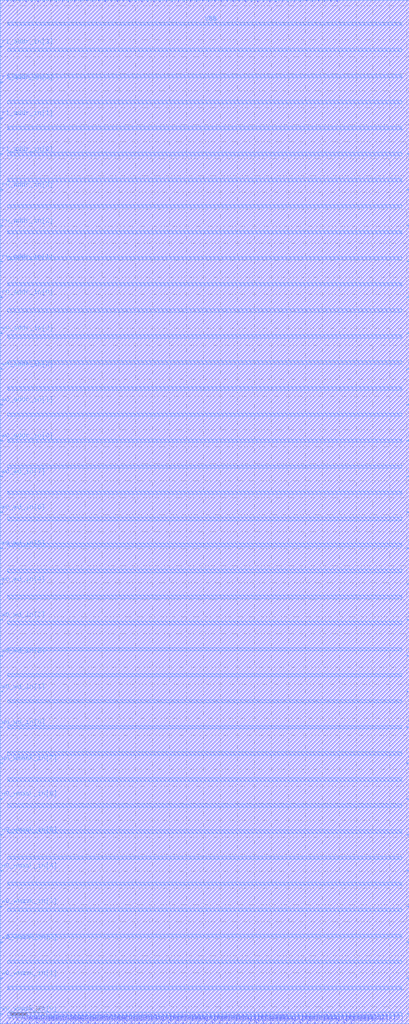
<source format=lef>
VERSION 5.7 ;
BUSBITCHARS "[]" ;
MACRO fakeram_32x128_2r1w
  FOREIGN fakeram_32x128_2r1w 0 0 ;
  SYMMETRY X Y R90 ;
  SIZE 12.069 BY 30.171 ;
  CLASS BLOCK ;
  PIN w0_wmask_in[0]
    DIRECTION INPUT ;
    USE SIGNAL ;
    SHAPE ABUTMENT ;
    PORT
      LAYER M4 ;
      RECT 0.000 0.276 0.072 0.300 ;
    END
  END w0_wmask_in[0]
  PIN w0_wmask_in[1]
    DIRECTION INPUT ;
    USE SIGNAL ;
    SHAPE ABUTMENT ;
    PORT
      LAYER M4 ;
      RECT 0.000 1.332 0.072 1.356 ;
    END
  END w0_wmask_in[1]
  PIN w0_wmask_in[2]
    DIRECTION INPUT ;
    USE SIGNAL ;
    SHAPE ABUTMENT ;
    PORT
      LAYER M4 ;
      RECT 0.000 2.388 0.072 2.412 ;
    END
  END w0_wmask_in[2]
  PIN w0_wmask_in[3]
    DIRECTION INPUT ;
    USE SIGNAL ;
    SHAPE ABUTMENT ;
    PORT
      LAYER M4 ;
      RECT 0.000 3.444 0.072 3.468 ;
    END
  END w0_wmask_in[3]
  PIN w0_wmask_in[4]
    DIRECTION INPUT ;
    USE SIGNAL ;
    SHAPE ABUTMENT ;
    PORT
      LAYER M4 ;
      RECT 0.000 4.500 0.072 4.524 ;
    END
  END w0_wmask_in[4]
  PIN w0_wmask_in[5]
    DIRECTION INPUT ;
    USE SIGNAL ;
    SHAPE ABUTMENT ;
    PORT
      LAYER M4 ;
      RECT 0.000 5.556 0.072 5.580 ;
    END
  END w0_wmask_in[5]
  PIN w0_wmask_in[6]
    DIRECTION INPUT ;
    USE SIGNAL ;
    SHAPE ABUTMENT ;
    PORT
      LAYER M4 ;
      RECT 0.000 6.612 0.072 6.636 ;
    END
  END w0_wmask_in[6]
  PIN w0_wmask_in[7]
    DIRECTION INPUT ;
    USE SIGNAL ;
    SHAPE ABUTMENT ;
    PORT
      LAYER M4 ;
      RECT 0.000 7.668 0.072 7.692 ;
    END
  END w0_wmask_in[7]
  PIN w0_wmask_in[8]
    DIRECTION INPUT ;
    USE SIGNAL ;
    SHAPE ABUTMENT ;
    PORT
      LAYER M4 ;
      RECT 11.997 0.276 12.069 0.300 ;
    END
  END w0_wmask_in[8]
  PIN w0_wmask_in[9]
    DIRECTION INPUT ;
    USE SIGNAL ;
    SHAPE ABUTMENT ;
    PORT
      LAYER M4 ;
      RECT 11.997 1.332 12.069 1.356 ;
    END
  END w0_wmask_in[9]
  PIN w0_wmask_in[10]
    DIRECTION INPUT ;
    USE SIGNAL ;
    SHAPE ABUTMENT ;
    PORT
      LAYER M4 ;
      RECT 11.997 2.388 12.069 2.412 ;
    END
  END w0_wmask_in[10]
  PIN w0_wmask_in[11]
    DIRECTION INPUT ;
    USE SIGNAL ;
    SHAPE ABUTMENT ;
    PORT
      LAYER M4 ;
      RECT 11.997 3.444 12.069 3.468 ;
    END
  END w0_wmask_in[11]
  PIN w0_wmask_in[12]
    DIRECTION INPUT ;
    USE SIGNAL ;
    SHAPE ABUTMENT ;
    PORT
      LAYER M4 ;
      RECT 11.997 4.500 12.069 4.524 ;
    END
  END w0_wmask_in[12]
  PIN w0_wmask_in[13]
    DIRECTION INPUT ;
    USE SIGNAL ;
    SHAPE ABUTMENT ;
    PORT
      LAYER M4 ;
      RECT 11.997 5.556 12.069 5.580 ;
    END
  END w0_wmask_in[13]
  PIN w0_wmask_in[14]
    DIRECTION INPUT ;
    USE SIGNAL ;
    SHAPE ABUTMENT ;
    PORT
      LAYER M4 ;
      RECT 11.997 6.612 12.069 6.636 ;
    END
  END w0_wmask_in[14]
  PIN w0_wmask_in[15]
    DIRECTION INPUT ;
    USE SIGNAL ;
    SHAPE ABUTMENT ;
    PORT
      LAYER M4 ;
      RECT 11.997 7.668 12.069 7.692 ;
    END
  END w0_wmask_in[15]
  PIN w0_wmask_in[16]
    DIRECTION INPUT ;
    USE SIGNAL ;
    SHAPE ABUTMENT ;
    PORT
      LAYER M3 ;
      RECT 0.207 30.117 0.225 30.171 ;
    END
  END w0_wmask_in[16]
  PIN w0_wmask_in[17]
    DIRECTION INPUT ;
    USE SIGNAL ;
    SHAPE ABUTMENT ;
    PORT
      LAYER M3 ;
      RECT 0.387 30.117 0.405 30.171 ;
    END
  END w0_wmask_in[17]
  PIN w0_wmask_in[18]
    DIRECTION INPUT ;
    USE SIGNAL ;
    SHAPE ABUTMENT ;
    PORT
      LAYER M3 ;
      RECT 0.567 30.117 0.585 30.171 ;
    END
  END w0_wmask_in[18]
  PIN w0_wmask_in[19]
    DIRECTION INPUT ;
    USE SIGNAL ;
    SHAPE ABUTMENT ;
    PORT
      LAYER M3 ;
      RECT 0.747 30.117 0.765 30.171 ;
    END
  END w0_wmask_in[19]
  PIN w0_wmask_in[20]
    DIRECTION INPUT ;
    USE SIGNAL ;
    SHAPE ABUTMENT ;
    PORT
      LAYER M3 ;
      RECT 0.927 30.117 0.945 30.171 ;
    END
  END w0_wmask_in[20]
  PIN w0_wmask_in[21]
    DIRECTION INPUT ;
    USE SIGNAL ;
    SHAPE ABUTMENT ;
    PORT
      LAYER M3 ;
      RECT 1.107 30.117 1.125 30.171 ;
    END
  END w0_wmask_in[21]
  PIN w0_wmask_in[22]
    DIRECTION INPUT ;
    USE SIGNAL ;
    SHAPE ABUTMENT ;
    PORT
      LAYER M3 ;
      RECT 1.287 30.117 1.305 30.171 ;
    END
  END w0_wmask_in[22]
  PIN w0_wmask_in[23]
    DIRECTION INPUT ;
    USE SIGNAL ;
    SHAPE ABUTMENT ;
    PORT
      LAYER M3 ;
      RECT 1.467 30.117 1.485 30.171 ;
    END
  END w0_wmask_in[23]
  PIN w0_wmask_in[24]
    DIRECTION INPUT ;
    USE SIGNAL ;
    SHAPE ABUTMENT ;
    PORT
      LAYER M3 ;
      RECT 1.647 30.117 1.665 30.171 ;
    END
  END w0_wmask_in[24]
  PIN w0_wmask_in[25]
    DIRECTION INPUT ;
    USE SIGNAL ;
    SHAPE ABUTMENT ;
    PORT
      LAYER M3 ;
      RECT 1.827 30.117 1.845 30.171 ;
    END
  END w0_wmask_in[25]
  PIN w0_wmask_in[26]
    DIRECTION INPUT ;
    USE SIGNAL ;
    SHAPE ABUTMENT ;
    PORT
      LAYER M3 ;
      RECT 2.007 30.117 2.025 30.171 ;
    END
  END w0_wmask_in[26]
  PIN w0_wmask_in[27]
    DIRECTION INPUT ;
    USE SIGNAL ;
    SHAPE ABUTMENT ;
    PORT
      LAYER M3 ;
      RECT 2.187 30.117 2.205 30.171 ;
    END
  END w0_wmask_in[27]
  PIN w0_wmask_in[28]
    DIRECTION INPUT ;
    USE SIGNAL ;
    SHAPE ABUTMENT ;
    PORT
      LAYER M3 ;
      RECT 2.367 30.117 2.385 30.171 ;
    END
  END w0_wmask_in[28]
  PIN w0_wmask_in[29]
    DIRECTION INPUT ;
    USE SIGNAL ;
    SHAPE ABUTMENT ;
    PORT
      LAYER M3 ;
      RECT 2.547 30.117 2.565 30.171 ;
    END
  END w0_wmask_in[29]
  PIN w0_wmask_in[30]
    DIRECTION INPUT ;
    USE SIGNAL ;
    SHAPE ABUTMENT ;
    PORT
      LAYER M3 ;
      RECT 2.727 30.117 2.745 30.171 ;
    END
  END w0_wmask_in[30]
  PIN w0_wmask_in[31]
    DIRECTION INPUT ;
    USE SIGNAL ;
    SHAPE ABUTMENT ;
    PORT
      LAYER M3 ;
      RECT 2.907 30.117 2.925 30.171 ;
    END
  END w0_wmask_in[31]
  PIN w0_wd_in[0]
    DIRECTION INPUT ;
    USE SIGNAL ;
    SHAPE ABUTMENT ;
    PORT
      LAYER M4 ;
      RECT 0.000 8.724 0.072 8.748 ;
    END
  END w0_wd_in[0]
  PIN w0_wd_in[1]
    DIRECTION INPUT ;
    USE SIGNAL ;
    SHAPE ABUTMENT ;
    PORT
      LAYER M4 ;
      RECT 0.000 9.780 0.072 9.804 ;
    END
  END w0_wd_in[1]
  PIN w0_wd_in[2]
    DIRECTION INPUT ;
    USE SIGNAL ;
    SHAPE ABUTMENT ;
    PORT
      LAYER M4 ;
      RECT 0.000 10.836 0.072 10.860 ;
    END
  END w0_wd_in[2]
  PIN w0_wd_in[3]
    DIRECTION INPUT ;
    USE SIGNAL ;
    SHAPE ABUTMENT ;
    PORT
      LAYER M4 ;
      RECT 0.000 11.892 0.072 11.916 ;
    END
  END w0_wd_in[3]
  PIN w0_wd_in[4]
    DIRECTION INPUT ;
    USE SIGNAL ;
    SHAPE ABUTMENT ;
    PORT
      LAYER M4 ;
      RECT 0.000 12.948 0.072 12.972 ;
    END
  END w0_wd_in[4]
  PIN w0_wd_in[5]
    DIRECTION INPUT ;
    USE SIGNAL ;
    SHAPE ABUTMENT ;
    PORT
      LAYER M4 ;
      RECT 0.000 14.004 0.072 14.028 ;
    END
  END w0_wd_in[5]
  PIN w0_wd_in[6]
    DIRECTION INPUT ;
    USE SIGNAL ;
    SHAPE ABUTMENT ;
    PORT
      LAYER M4 ;
      RECT 0.000 15.060 0.072 15.084 ;
    END
  END w0_wd_in[6]
  PIN w0_wd_in[7]
    DIRECTION INPUT ;
    USE SIGNAL ;
    SHAPE ABUTMENT ;
    PORT
      LAYER M4 ;
      RECT 0.000 16.116 0.072 16.140 ;
    END
  END w0_wd_in[7]
  PIN w0_wd_in[8]
    DIRECTION INPUT ;
    USE SIGNAL ;
    SHAPE ABUTMENT ;
    PORT
      LAYER M4 ;
      RECT 11.997 8.724 12.069 8.748 ;
    END
  END w0_wd_in[8]
  PIN w0_wd_in[9]
    DIRECTION INPUT ;
    USE SIGNAL ;
    SHAPE ABUTMENT ;
    PORT
      LAYER M4 ;
      RECT 11.997 9.780 12.069 9.804 ;
    END
  END w0_wd_in[9]
  PIN w0_wd_in[10]
    DIRECTION INPUT ;
    USE SIGNAL ;
    SHAPE ABUTMENT ;
    PORT
      LAYER M4 ;
      RECT 11.997 10.836 12.069 10.860 ;
    END
  END w0_wd_in[10]
  PIN w0_wd_in[11]
    DIRECTION INPUT ;
    USE SIGNAL ;
    SHAPE ABUTMENT ;
    PORT
      LAYER M4 ;
      RECT 11.997 11.892 12.069 11.916 ;
    END
  END w0_wd_in[11]
  PIN w0_wd_in[12]
    DIRECTION INPUT ;
    USE SIGNAL ;
    SHAPE ABUTMENT ;
    PORT
      LAYER M4 ;
      RECT 11.997 12.948 12.069 12.972 ;
    END
  END w0_wd_in[12]
  PIN w0_wd_in[13]
    DIRECTION INPUT ;
    USE SIGNAL ;
    SHAPE ABUTMENT ;
    PORT
      LAYER M4 ;
      RECT 11.997 14.004 12.069 14.028 ;
    END
  END w0_wd_in[13]
  PIN w0_wd_in[14]
    DIRECTION INPUT ;
    USE SIGNAL ;
    SHAPE ABUTMENT ;
    PORT
      LAYER M4 ;
      RECT 11.997 15.060 12.069 15.084 ;
    END
  END w0_wd_in[14]
  PIN w0_wd_in[15]
    DIRECTION INPUT ;
    USE SIGNAL ;
    SHAPE ABUTMENT ;
    PORT
      LAYER M4 ;
      RECT 11.997 16.116 12.069 16.140 ;
    END
  END w0_wd_in[15]
  PIN w0_wd_in[16]
    DIRECTION OUTPUT ;
    USE SIGNAL ;
    SHAPE ABUTMENT ;
    PORT
      LAYER M3 ;
      RECT 0.207 0.000 0.225 0.054 ;
    END
  END w0_wd_in[16]
  PIN w0_wd_in[17]
    DIRECTION OUTPUT ;
    USE SIGNAL ;
    SHAPE ABUTMENT ;
    PORT
      LAYER M3 ;
      RECT 0.423 0.000 0.441 0.054 ;
    END
  END w0_wd_in[17]
  PIN w0_wd_in[18]
    DIRECTION OUTPUT ;
    USE SIGNAL ;
    SHAPE ABUTMENT ;
    PORT
      LAYER M3 ;
      RECT 0.639 0.000 0.657 0.054 ;
    END
  END w0_wd_in[18]
  PIN w0_wd_in[19]
    DIRECTION OUTPUT ;
    USE SIGNAL ;
    SHAPE ABUTMENT ;
    PORT
      LAYER M3 ;
      RECT 0.855 0.000 0.873 0.054 ;
    END
  END w0_wd_in[19]
  PIN w0_wd_in[20]
    DIRECTION OUTPUT ;
    USE SIGNAL ;
    SHAPE ABUTMENT ;
    PORT
      LAYER M3 ;
      RECT 1.071 0.000 1.089 0.054 ;
    END
  END w0_wd_in[20]
  PIN w0_wd_in[21]
    DIRECTION OUTPUT ;
    USE SIGNAL ;
    SHAPE ABUTMENT ;
    PORT
      LAYER M3 ;
      RECT 1.287 0.000 1.305 0.054 ;
    END
  END w0_wd_in[21]
  PIN w0_wd_in[22]
    DIRECTION OUTPUT ;
    USE SIGNAL ;
    SHAPE ABUTMENT ;
    PORT
      LAYER M3 ;
      RECT 1.503 0.000 1.521 0.054 ;
    END
  END w0_wd_in[22]
  PIN w0_wd_in[23]
    DIRECTION OUTPUT ;
    USE SIGNAL ;
    SHAPE ABUTMENT ;
    PORT
      LAYER M3 ;
      RECT 1.719 0.000 1.737 0.054 ;
    END
  END w0_wd_in[23]
  PIN w0_wd_in[24]
    DIRECTION OUTPUT ;
    USE SIGNAL ;
    SHAPE ABUTMENT ;
    PORT
      LAYER M3 ;
      RECT 1.935 0.000 1.953 0.054 ;
    END
  END w0_wd_in[24]
  PIN w0_wd_in[25]
    DIRECTION OUTPUT ;
    USE SIGNAL ;
    SHAPE ABUTMENT ;
    PORT
      LAYER M3 ;
      RECT 2.151 0.000 2.169 0.054 ;
    END
  END w0_wd_in[25]
  PIN w0_wd_in[26]
    DIRECTION OUTPUT ;
    USE SIGNAL ;
    SHAPE ABUTMENT ;
    PORT
      LAYER M3 ;
      RECT 2.367 0.000 2.385 0.054 ;
    END
  END w0_wd_in[26]
  PIN w0_wd_in[27]
    DIRECTION OUTPUT ;
    USE SIGNAL ;
    SHAPE ABUTMENT ;
    PORT
      LAYER M3 ;
      RECT 2.583 0.000 2.601 0.054 ;
    END
  END w0_wd_in[27]
  PIN w0_wd_in[28]
    DIRECTION OUTPUT ;
    USE SIGNAL ;
    SHAPE ABUTMENT ;
    PORT
      LAYER M3 ;
      RECT 2.799 0.000 2.817 0.054 ;
    END
  END w0_wd_in[28]
  PIN w0_wd_in[29]
    DIRECTION OUTPUT ;
    USE SIGNAL ;
    SHAPE ABUTMENT ;
    PORT
      LAYER M3 ;
      RECT 3.015 0.000 3.033 0.054 ;
    END
  END w0_wd_in[29]
  PIN w0_wd_in[30]
    DIRECTION OUTPUT ;
    USE SIGNAL ;
    SHAPE ABUTMENT ;
    PORT
      LAYER M3 ;
      RECT 3.231 0.000 3.249 0.054 ;
    END
  END w0_wd_in[30]
  PIN w0_wd_in[31]
    DIRECTION OUTPUT ;
    USE SIGNAL ;
    SHAPE ABUTMENT ;
    PORT
      LAYER M3 ;
      RECT 3.447 0.000 3.465 0.054 ;
    END
  END w0_wd_in[31]
  PIN r0_rd_out[0]
    DIRECTION OUTPUT ;
    USE SIGNAL ;
    SHAPE ABUTMENT ;
    PORT
      LAYER M3 ;
      RECT 3.663 0.000 3.681 0.054 ;
    END
  END r0_rd_out[0]
  PIN r0_rd_out[1]
    DIRECTION OUTPUT ;
    USE SIGNAL ;
    SHAPE ABUTMENT ;
    PORT
      LAYER M3 ;
      RECT 3.879 0.000 3.897 0.054 ;
    END
  END r0_rd_out[1]
  PIN r0_rd_out[2]
    DIRECTION OUTPUT ;
    USE SIGNAL ;
    SHAPE ABUTMENT ;
    PORT
      LAYER M3 ;
      RECT 4.095 0.000 4.113 0.054 ;
    END
  END r0_rd_out[2]
  PIN r0_rd_out[3]
    DIRECTION OUTPUT ;
    USE SIGNAL ;
    SHAPE ABUTMENT ;
    PORT
      LAYER M3 ;
      RECT 4.311 0.000 4.329 0.054 ;
    END
  END r0_rd_out[3]
  PIN r0_rd_out[4]
    DIRECTION OUTPUT ;
    USE SIGNAL ;
    SHAPE ABUTMENT ;
    PORT
      LAYER M3 ;
      RECT 4.527 0.000 4.545 0.054 ;
    END
  END r0_rd_out[4]
  PIN r0_rd_out[5]
    DIRECTION OUTPUT ;
    USE SIGNAL ;
    SHAPE ABUTMENT ;
    PORT
      LAYER M3 ;
      RECT 4.743 0.000 4.761 0.054 ;
    END
  END r0_rd_out[5]
  PIN r0_rd_out[6]
    DIRECTION OUTPUT ;
    USE SIGNAL ;
    SHAPE ABUTMENT ;
    PORT
      LAYER M3 ;
      RECT 4.959 0.000 4.977 0.054 ;
    END
  END r0_rd_out[6]
  PIN r0_rd_out[7]
    DIRECTION OUTPUT ;
    USE SIGNAL ;
    SHAPE ABUTMENT ;
    PORT
      LAYER M3 ;
      RECT 5.175 0.000 5.193 0.054 ;
    END
  END r0_rd_out[7]
  PIN r0_rd_out[8]
    DIRECTION OUTPUT ;
    USE SIGNAL ;
    SHAPE ABUTMENT ;
    PORT
      LAYER M3 ;
      RECT 5.391 0.000 5.409 0.054 ;
    END
  END r0_rd_out[8]
  PIN r0_rd_out[9]
    DIRECTION OUTPUT ;
    USE SIGNAL ;
    SHAPE ABUTMENT ;
    PORT
      LAYER M3 ;
      RECT 5.607 0.000 5.625 0.054 ;
    END
  END r0_rd_out[9]
  PIN r0_rd_out[10]
    DIRECTION OUTPUT ;
    USE SIGNAL ;
    SHAPE ABUTMENT ;
    PORT
      LAYER M3 ;
      RECT 5.823 0.000 5.841 0.054 ;
    END
  END r0_rd_out[10]
  PIN r0_rd_out[11]
    DIRECTION OUTPUT ;
    USE SIGNAL ;
    SHAPE ABUTMENT ;
    PORT
      LAYER M3 ;
      RECT 6.039 0.000 6.057 0.054 ;
    END
  END r0_rd_out[11]
  PIN r0_rd_out[12]
    DIRECTION OUTPUT ;
    USE SIGNAL ;
    SHAPE ABUTMENT ;
    PORT
      LAYER M3 ;
      RECT 6.255 0.000 6.273 0.054 ;
    END
  END r0_rd_out[12]
  PIN r0_rd_out[13]
    DIRECTION OUTPUT ;
    USE SIGNAL ;
    SHAPE ABUTMENT ;
    PORT
      LAYER M3 ;
      RECT 6.471 0.000 6.489 0.054 ;
    END
  END r0_rd_out[13]
  PIN r0_rd_out[14]
    DIRECTION OUTPUT ;
    USE SIGNAL ;
    SHAPE ABUTMENT ;
    PORT
      LAYER M3 ;
      RECT 6.687 0.000 6.705 0.054 ;
    END
  END r0_rd_out[14]
  PIN r0_rd_out[15]
    DIRECTION OUTPUT ;
    USE SIGNAL ;
    SHAPE ABUTMENT ;
    PORT
      LAYER M3 ;
      RECT 6.903 0.000 6.921 0.054 ;
    END
  END r0_rd_out[15]
  PIN r0_rd_out[16]
    DIRECTION OUTPUT ;
    USE SIGNAL ;
    SHAPE ABUTMENT ;
    PORT
      LAYER M3 ;
      RECT 3.087 30.117 3.105 30.171 ;
    END
  END r0_rd_out[16]
  PIN r0_rd_out[17]
    DIRECTION OUTPUT ;
    USE SIGNAL ;
    SHAPE ABUTMENT ;
    PORT
      LAYER M3 ;
      RECT 3.267 30.117 3.285 30.171 ;
    END
  END r0_rd_out[17]
  PIN r0_rd_out[18]
    DIRECTION OUTPUT ;
    USE SIGNAL ;
    SHAPE ABUTMENT ;
    PORT
      LAYER M3 ;
      RECT 3.447 30.117 3.465 30.171 ;
    END
  END r0_rd_out[18]
  PIN r0_rd_out[19]
    DIRECTION OUTPUT ;
    USE SIGNAL ;
    SHAPE ABUTMENT ;
    PORT
      LAYER M3 ;
      RECT 3.627 30.117 3.645 30.171 ;
    END
  END r0_rd_out[19]
  PIN r0_rd_out[20]
    DIRECTION OUTPUT ;
    USE SIGNAL ;
    SHAPE ABUTMENT ;
    PORT
      LAYER M3 ;
      RECT 3.807 30.117 3.825 30.171 ;
    END
  END r0_rd_out[20]
  PIN r0_rd_out[21]
    DIRECTION OUTPUT ;
    USE SIGNAL ;
    SHAPE ABUTMENT ;
    PORT
      LAYER M3 ;
      RECT 3.987 30.117 4.005 30.171 ;
    END
  END r0_rd_out[21]
  PIN r0_rd_out[22]
    DIRECTION OUTPUT ;
    USE SIGNAL ;
    SHAPE ABUTMENT ;
    PORT
      LAYER M3 ;
      RECT 4.167 30.117 4.185 30.171 ;
    END
  END r0_rd_out[22]
  PIN r0_rd_out[23]
    DIRECTION OUTPUT ;
    USE SIGNAL ;
    SHAPE ABUTMENT ;
    PORT
      LAYER M3 ;
      RECT 4.347 30.117 4.365 30.171 ;
    END
  END r0_rd_out[23]
  PIN r0_rd_out[24]
    DIRECTION OUTPUT ;
    USE SIGNAL ;
    SHAPE ABUTMENT ;
    PORT
      LAYER M3 ;
      RECT 4.527 30.117 4.545 30.171 ;
    END
  END r0_rd_out[24]
  PIN r0_rd_out[25]
    DIRECTION OUTPUT ;
    USE SIGNAL ;
    SHAPE ABUTMENT ;
    PORT
      LAYER M3 ;
      RECT 4.707 30.117 4.725 30.171 ;
    END
  END r0_rd_out[25]
  PIN r0_rd_out[26]
    DIRECTION OUTPUT ;
    USE SIGNAL ;
    SHAPE ABUTMENT ;
    PORT
      LAYER M3 ;
      RECT 4.887 30.117 4.905 30.171 ;
    END
  END r0_rd_out[26]
  PIN r0_rd_out[27]
    DIRECTION OUTPUT ;
    USE SIGNAL ;
    SHAPE ABUTMENT ;
    PORT
      LAYER M3 ;
      RECT 5.067 30.117 5.085 30.171 ;
    END
  END r0_rd_out[27]
  PIN r0_rd_out[28]
    DIRECTION OUTPUT ;
    USE SIGNAL ;
    SHAPE ABUTMENT ;
    PORT
      LAYER M3 ;
      RECT 5.247 30.117 5.265 30.171 ;
    END
  END r0_rd_out[28]
  PIN r0_rd_out[29]
    DIRECTION OUTPUT ;
    USE SIGNAL ;
    SHAPE ABUTMENT ;
    PORT
      LAYER M3 ;
      RECT 5.427 30.117 5.445 30.171 ;
    END
  END r0_rd_out[29]
  PIN r0_rd_out[30]
    DIRECTION OUTPUT ;
    USE SIGNAL ;
    SHAPE ABUTMENT ;
    PORT
      LAYER M3 ;
      RECT 5.607 30.117 5.625 30.171 ;
    END
  END r0_rd_out[30]
  PIN r0_rd_out[31]
    DIRECTION OUTPUT ;
    USE SIGNAL ;
    SHAPE ABUTMENT ;
    PORT
      LAYER M3 ;
      RECT 5.787 30.117 5.805 30.171 ;
    END
  END r0_rd_out[31]
  PIN r1_rd_out[0]
    DIRECTION OUTPUT ;
    USE SIGNAL ;
    SHAPE ABUTMENT ;
    PORT
      LAYER M3 ;
      RECT 7.119 0.000 7.137 0.054 ;
    END
  END r1_rd_out[0]
  PIN r1_rd_out[1]
    DIRECTION OUTPUT ;
    USE SIGNAL ;
    SHAPE ABUTMENT ;
    PORT
      LAYER M3 ;
      RECT 7.335 0.000 7.353 0.054 ;
    END
  END r1_rd_out[1]
  PIN r1_rd_out[2]
    DIRECTION OUTPUT ;
    USE SIGNAL ;
    SHAPE ABUTMENT ;
    PORT
      LAYER M3 ;
      RECT 7.551 0.000 7.569 0.054 ;
    END
  END r1_rd_out[2]
  PIN r1_rd_out[3]
    DIRECTION OUTPUT ;
    USE SIGNAL ;
    SHAPE ABUTMENT ;
    PORT
      LAYER M3 ;
      RECT 7.767 0.000 7.785 0.054 ;
    END
  END r1_rd_out[3]
  PIN r1_rd_out[4]
    DIRECTION OUTPUT ;
    USE SIGNAL ;
    SHAPE ABUTMENT ;
    PORT
      LAYER M3 ;
      RECT 7.983 0.000 8.001 0.054 ;
    END
  END r1_rd_out[4]
  PIN r1_rd_out[5]
    DIRECTION OUTPUT ;
    USE SIGNAL ;
    SHAPE ABUTMENT ;
    PORT
      LAYER M3 ;
      RECT 8.199 0.000 8.217 0.054 ;
    END
  END r1_rd_out[5]
  PIN r1_rd_out[6]
    DIRECTION OUTPUT ;
    USE SIGNAL ;
    SHAPE ABUTMENT ;
    PORT
      LAYER M3 ;
      RECT 8.415 0.000 8.433 0.054 ;
    END
  END r1_rd_out[6]
  PIN r1_rd_out[7]
    DIRECTION OUTPUT ;
    USE SIGNAL ;
    SHAPE ABUTMENT ;
    PORT
      LAYER M3 ;
      RECT 8.631 0.000 8.649 0.054 ;
    END
  END r1_rd_out[7]
  PIN r1_rd_out[8]
    DIRECTION OUTPUT ;
    USE SIGNAL ;
    SHAPE ABUTMENT ;
    PORT
      LAYER M3 ;
      RECT 8.847 0.000 8.865 0.054 ;
    END
  END r1_rd_out[8]
  PIN r1_rd_out[9]
    DIRECTION OUTPUT ;
    USE SIGNAL ;
    SHAPE ABUTMENT ;
    PORT
      LAYER M3 ;
      RECT 9.063 0.000 9.081 0.054 ;
    END
  END r1_rd_out[9]
  PIN r1_rd_out[10]
    DIRECTION OUTPUT ;
    USE SIGNAL ;
    SHAPE ABUTMENT ;
    PORT
      LAYER M3 ;
      RECT 9.279 0.000 9.297 0.054 ;
    END
  END r1_rd_out[10]
  PIN r1_rd_out[11]
    DIRECTION OUTPUT ;
    USE SIGNAL ;
    SHAPE ABUTMENT ;
    PORT
      LAYER M3 ;
      RECT 9.495 0.000 9.513 0.054 ;
    END
  END r1_rd_out[11]
  PIN r1_rd_out[12]
    DIRECTION OUTPUT ;
    USE SIGNAL ;
    SHAPE ABUTMENT ;
    PORT
      LAYER M3 ;
      RECT 9.711 0.000 9.729 0.054 ;
    END
  END r1_rd_out[12]
  PIN r1_rd_out[13]
    DIRECTION OUTPUT ;
    USE SIGNAL ;
    SHAPE ABUTMENT ;
    PORT
      LAYER M3 ;
      RECT 9.927 0.000 9.945 0.054 ;
    END
  END r1_rd_out[13]
  PIN r1_rd_out[14]
    DIRECTION OUTPUT ;
    USE SIGNAL ;
    SHAPE ABUTMENT ;
    PORT
      LAYER M3 ;
      RECT 10.143 0.000 10.161 0.054 ;
    END
  END r1_rd_out[14]
  PIN r1_rd_out[15]
    DIRECTION OUTPUT ;
    USE SIGNAL ;
    SHAPE ABUTMENT ;
    PORT
      LAYER M3 ;
      RECT 10.359 0.000 10.377 0.054 ;
    END
  END r1_rd_out[15]
  PIN r1_rd_out[16]
    DIRECTION OUTPUT ;
    USE SIGNAL ;
    SHAPE ABUTMENT ;
    PORT
      LAYER M3 ;
      RECT 5.967 30.117 5.985 30.171 ;
    END
  END r1_rd_out[16]
  PIN r1_rd_out[17]
    DIRECTION OUTPUT ;
    USE SIGNAL ;
    SHAPE ABUTMENT ;
    PORT
      LAYER M3 ;
      RECT 6.147 30.117 6.165 30.171 ;
    END
  END r1_rd_out[17]
  PIN r1_rd_out[18]
    DIRECTION OUTPUT ;
    USE SIGNAL ;
    SHAPE ABUTMENT ;
    PORT
      LAYER M3 ;
      RECT 6.327 30.117 6.345 30.171 ;
    END
  END r1_rd_out[18]
  PIN r1_rd_out[19]
    DIRECTION OUTPUT ;
    USE SIGNAL ;
    SHAPE ABUTMENT ;
    PORT
      LAYER M3 ;
      RECT 6.507 30.117 6.525 30.171 ;
    END
  END r1_rd_out[19]
  PIN r1_rd_out[20]
    DIRECTION OUTPUT ;
    USE SIGNAL ;
    SHAPE ABUTMENT ;
    PORT
      LAYER M3 ;
      RECT 6.687 30.117 6.705 30.171 ;
    END
  END r1_rd_out[20]
  PIN r1_rd_out[21]
    DIRECTION OUTPUT ;
    USE SIGNAL ;
    SHAPE ABUTMENT ;
    PORT
      LAYER M3 ;
      RECT 6.867 30.117 6.885 30.171 ;
    END
  END r1_rd_out[21]
  PIN r1_rd_out[22]
    DIRECTION OUTPUT ;
    USE SIGNAL ;
    SHAPE ABUTMENT ;
    PORT
      LAYER M3 ;
      RECT 7.047 30.117 7.065 30.171 ;
    END
  END r1_rd_out[22]
  PIN r1_rd_out[23]
    DIRECTION OUTPUT ;
    USE SIGNAL ;
    SHAPE ABUTMENT ;
    PORT
      LAYER M3 ;
      RECT 7.227 30.117 7.245 30.171 ;
    END
  END r1_rd_out[23]
  PIN r1_rd_out[24]
    DIRECTION OUTPUT ;
    USE SIGNAL ;
    SHAPE ABUTMENT ;
    PORT
      LAYER M3 ;
      RECT 7.407 30.117 7.425 30.171 ;
    END
  END r1_rd_out[24]
  PIN r1_rd_out[25]
    DIRECTION OUTPUT ;
    USE SIGNAL ;
    SHAPE ABUTMENT ;
    PORT
      LAYER M3 ;
      RECT 7.587 30.117 7.605 30.171 ;
    END
  END r1_rd_out[25]
  PIN r1_rd_out[26]
    DIRECTION OUTPUT ;
    USE SIGNAL ;
    SHAPE ABUTMENT ;
    PORT
      LAYER M3 ;
      RECT 7.767 30.117 7.785 30.171 ;
    END
  END r1_rd_out[26]
  PIN r1_rd_out[27]
    DIRECTION OUTPUT ;
    USE SIGNAL ;
    SHAPE ABUTMENT ;
    PORT
      LAYER M3 ;
      RECT 7.947 30.117 7.965 30.171 ;
    END
  END r1_rd_out[27]
  PIN r1_rd_out[28]
    DIRECTION OUTPUT ;
    USE SIGNAL ;
    SHAPE ABUTMENT ;
    PORT
      LAYER M3 ;
      RECT 8.127 30.117 8.145 30.171 ;
    END
  END r1_rd_out[28]
  PIN r1_rd_out[29]
    DIRECTION OUTPUT ;
    USE SIGNAL ;
    SHAPE ABUTMENT ;
    PORT
      LAYER M3 ;
      RECT 8.307 30.117 8.325 30.171 ;
    END
  END r1_rd_out[29]
  PIN r1_rd_out[30]
    DIRECTION OUTPUT ;
    USE SIGNAL ;
    SHAPE ABUTMENT ;
    PORT
      LAYER M3 ;
      RECT 8.487 30.117 8.505 30.171 ;
    END
  END r1_rd_out[30]
  PIN r1_rd_out[31]
    DIRECTION OUTPUT ;
    USE SIGNAL ;
    SHAPE ABUTMENT ;
    PORT
      LAYER M3 ;
      RECT 8.667 30.117 8.685 30.171 ;
    END
  END r1_rd_out[31]
  PIN w0_addr_in[0]
    DIRECTION INPUT ;
    USE SIGNAL ;
    SHAPE ABUTMENT ;
    PORT
      LAYER M4 ;
      RECT 0.000 17.172 0.072 17.196 ;
    END
  END w0_addr_in[0]
  PIN w0_addr_in[1]
    DIRECTION INPUT ;
    USE SIGNAL ;
    SHAPE ABUTMENT ;
    PORT
      LAYER M4 ;
      RECT 0.000 18.228 0.072 18.252 ;
    END
  END w0_addr_in[1]
  PIN w0_addr_in[2]
    DIRECTION INPUT ;
    USE SIGNAL ;
    SHAPE ABUTMENT ;
    PORT
      LAYER M4 ;
      RECT 0.000 19.284 0.072 19.308 ;
    END
  END w0_addr_in[2]
  PIN w0_addr_in[3]
    DIRECTION INPUT ;
    USE SIGNAL ;
    SHAPE ABUTMENT ;
    PORT
      LAYER M4 ;
      RECT 0.000 20.340 0.072 20.364 ;
    END
  END w0_addr_in[3]
  PIN w0_addr_in[4]
    DIRECTION INPUT ;
    USE SIGNAL ;
    SHAPE ABUTMENT ;
    PORT
      LAYER M4 ;
      RECT 11.997 17.172 12.069 17.196 ;
    END
  END w0_addr_in[4]
  PIN w0_addr_in[5]
    DIRECTION INPUT ;
    USE SIGNAL ;
    SHAPE ABUTMENT ;
    PORT
      LAYER M4 ;
      RECT 11.997 18.228 12.069 18.252 ;
    END
  END w0_addr_in[5]
  PIN w0_addr_in[6]
    DIRECTION INPUT ;
    USE SIGNAL ;
    SHAPE ABUTMENT ;
    PORT
      LAYER M4 ;
      RECT 11.997 19.284 12.069 19.308 ;
    END
  END w0_addr_in[6]
  PIN r0_addr_in[0]
    DIRECTION INPUT ;
    USE SIGNAL ;
    SHAPE ABUTMENT ;
    PORT
      LAYER M4 ;
      RECT 0.000 21.396 0.072 21.420 ;
    END
  END r0_addr_in[0]
  PIN r0_addr_in[1]
    DIRECTION INPUT ;
    USE SIGNAL ;
    SHAPE ABUTMENT ;
    PORT
      LAYER M4 ;
      RECT 0.000 22.452 0.072 22.476 ;
    END
  END r0_addr_in[1]
  PIN r0_addr_in[2]
    DIRECTION INPUT ;
    USE SIGNAL ;
    SHAPE ABUTMENT ;
    PORT
      LAYER M4 ;
      RECT 0.000 23.508 0.072 23.532 ;
    END
  END r0_addr_in[2]
  PIN r0_addr_in[3]
    DIRECTION INPUT ;
    USE SIGNAL ;
    SHAPE ABUTMENT ;
    PORT
      LAYER M4 ;
      RECT 0.000 24.564 0.072 24.588 ;
    END
  END r0_addr_in[3]
  PIN r0_addr_in[4]
    DIRECTION INPUT ;
    USE SIGNAL ;
    SHAPE ABUTMENT ;
    PORT
      LAYER M4 ;
      RECT 11.997 20.340 12.069 20.364 ;
    END
  END r0_addr_in[4]
  PIN r0_addr_in[5]
    DIRECTION INPUT ;
    USE SIGNAL ;
    SHAPE ABUTMENT ;
    PORT
      LAYER M4 ;
      RECT 11.997 21.396 12.069 21.420 ;
    END
  END r0_addr_in[5]
  PIN r0_addr_in[6]
    DIRECTION INPUT ;
    USE SIGNAL ;
    SHAPE ABUTMENT ;
    PORT
      LAYER M4 ;
      RECT 11.997 22.452 12.069 22.476 ;
    END
  END r0_addr_in[6]
  PIN r1_addr_in[0]
    DIRECTION INPUT ;
    USE SIGNAL ;
    SHAPE ABUTMENT ;
    PORT
      LAYER M4 ;
      RECT 0.000 25.620 0.072 25.644 ;
    END
  END r1_addr_in[0]
  PIN r1_addr_in[1]
    DIRECTION INPUT ;
    USE SIGNAL ;
    SHAPE ABUTMENT ;
    PORT
      LAYER M4 ;
      RECT 0.000 26.676 0.072 26.700 ;
    END
  END r1_addr_in[1]
  PIN r1_addr_in[2]
    DIRECTION INPUT ;
    USE SIGNAL ;
    SHAPE ABUTMENT ;
    PORT
      LAYER M4 ;
      RECT 0.000 27.732 0.072 27.756 ;
    END
  END r1_addr_in[2]
  PIN r1_addr_in[3]
    DIRECTION INPUT ;
    USE SIGNAL ;
    SHAPE ABUTMENT ;
    PORT
      LAYER M4 ;
      RECT 0.000 28.788 0.072 28.812 ;
    END
  END r1_addr_in[3]
  PIN r1_addr_in[4]
    DIRECTION INPUT ;
    USE SIGNAL ;
    SHAPE ABUTMENT ;
    PORT
      LAYER M4 ;
      RECT 11.997 23.508 12.069 23.532 ;
    END
  END r1_addr_in[4]
  PIN r1_addr_in[5]
    DIRECTION INPUT ;
    USE SIGNAL ;
    SHAPE ABUTMENT ;
    PORT
      LAYER M4 ;
      RECT 11.997 24.564 12.069 24.588 ;
    END
  END r1_addr_in[5]
  PIN r1_addr_in[6]
    DIRECTION INPUT ;
    USE SIGNAL ;
    SHAPE ABUTMENT ;
    PORT
      LAYER M4 ;
      RECT 11.997 25.620 12.069 25.644 ;
    END
  END r1_addr_in[6]
  PIN w0_we_in
    DIRECTION INPUT ;
    USE SIGNAL ;
    SHAPE ABUTMENT ;
    PORT
      LAYER M3 ;
      RECT 8.847 30.117 8.865 30.171 ;
    END
  END w0_we_in
  PIN w0_ce_in
    DIRECTION INPUT ;
    USE SIGNAL ;
    SHAPE ABUTMENT ;
    PORT
      LAYER M3 ;
      RECT 9.027 30.117 9.045 30.171 ;
    END
  END w0_ce_in
  PIN w0_clk
    DIRECTION INPUT ;
    USE SIGNAL ;
    SHAPE ABUTMENT ;
    PORT
      LAYER M3 ;
      RECT 9.207 30.117 9.225 30.171 ;
    END
  END w0_clk
  PIN r0_ce_in
    DIRECTION INPUT ;
    USE SIGNAL ;
    SHAPE ABUTMENT ;
    PORT
      LAYER M3 ;
      RECT 9.387 30.117 9.405 30.171 ;
    END
  END r0_ce_in
  PIN r0_clk
    DIRECTION INPUT ;
    USE SIGNAL ;
    SHAPE ABUTMENT ;
    PORT
      LAYER M3 ;
      RECT 9.567 30.117 9.585 30.171 ;
    END
  END r0_clk
  PIN r1_ce_in
    DIRECTION INPUT ;
    USE SIGNAL ;
    SHAPE ABUTMENT ;
    PORT
      LAYER M3 ;
      RECT 9.747 30.117 9.765 30.171 ;
    END
  END r1_ce_in
  PIN r1_clk
    DIRECTION INPUT ;
    USE SIGNAL ;
    SHAPE ABUTMENT ;
    PORT
      LAYER M3 ;
      RECT 9.927 30.117 9.945 30.171 ;
    END
  END r1_clk
  PIN VSS
    DIRECTION INOUT ;
    USE GROUND ;
    PORT
      LAYER M4 ;
      RECT 0.216 0.240 11.853 0.336 ;
      RECT 0.216 1.008 11.853 1.104 ;
      RECT 0.216 1.776 11.853 1.872 ;
      RECT 0.216 2.544 11.853 2.640 ;
      RECT 0.216 3.312 11.853 3.408 ;
      RECT 0.216 4.080 11.853 4.176 ;
      RECT 0.216 4.848 11.853 4.944 ;
      RECT 0.216 5.616 11.853 5.712 ;
      RECT 0.216 6.384 11.853 6.480 ;
      RECT 0.216 7.152 11.853 7.248 ;
      RECT 0.216 7.920 11.853 8.016 ;
      RECT 0.216 8.688 11.853 8.784 ;
      RECT 0.216 9.456 11.853 9.552 ;
      RECT 0.216 10.224 11.853 10.320 ;
      RECT 0.216 10.992 11.853 11.088 ;
      RECT 0.216 11.760 11.853 11.856 ;
      RECT 0.216 12.528 11.853 12.624 ;
      RECT 0.216 13.296 11.853 13.392 ;
      RECT 0.216 14.064 11.853 14.160 ;
      RECT 0.216 14.832 11.853 14.928 ;
      RECT 0.216 15.600 11.853 15.696 ;
      RECT 0.216 16.368 11.853 16.464 ;
      RECT 0.216 17.136 11.853 17.232 ;
      RECT 0.216 17.904 11.853 18.000 ;
      RECT 0.216 18.672 11.853 18.768 ;
      RECT 0.216 19.440 11.853 19.536 ;
      RECT 0.216 20.208 11.853 20.304 ;
      RECT 0.216 20.976 11.853 21.072 ;
      RECT 0.216 21.744 11.853 21.840 ;
      RECT 0.216 22.512 11.853 22.608 ;
      RECT 0.216 23.280 11.853 23.376 ;
      RECT 0.216 24.048 11.853 24.144 ;
      RECT 0.216 24.816 11.853 24.912 ;
      RECT 0.216 25.584 11.853 25.680 ;
      RECT 0.216 26.352 11.853 26.448 ;
      RECT 0.216 27.120 11.853 27.216 ;
      RECT 0.216 27.888 11.853 27.984 ;
      RECT 0.216 28.656 11.853 28.752 ;
      RECT 0.216 29.424 11.853 29.520 ;
    END
  END VSS
  PIN VDD
    DIRECTION INOUT ;
    USE POWER ;
    PORT
      LAYER M4 ;
      RECT 0.216 0.240 11.853 0.336 ;
      RECT 0.216 1.008 11.853 1.104 ;
      RECT 0.216 1.776 11.853 1.872 ;
      RECT 0.216 2.544 11.853 2.640 ;
      RECT 0.216 3.312 11.853 3.408 ;
      RECT 0.216 4.080 11.853 4.176 ;
      RECT 0.216 4.848 11.853 4.944 ;
      RECT 0.216 5.616 11.853 5.712 ;
      RECT 0.216 6.384 11.853 6.480 ;
      RECT 0.216 7.152 11.853 7.248 ;
      RECT 0.216 7.920 11.853 8.016 ;
      RECT 0.216 8.688 11.853 8.784 ;
      RECT 0.216 9.456 11.853 9.552 ;
      RECT 0.216 10.224 11.853 10.320 ;
      RECT 0.216 10.992 11.853 11.088 ;
      RECT 0.216 11.760 11.853 11.856 ;
      RECT 0.216 12.528 11.853 12.624 ;
      RECT 0.216 13.296 11.853 13.392 ;
      RECT 0.216 14.064 11.853 14.160 ;
      RECT 0.216 14.832 11.853 14.928 ;
      RECT 0.216 15.600 11.853 15.696 ;
      RECT 0.216 16.368 11.853 16.464 ;
      RECT 0.216 17.136 11.853 17.232 ;
      RECT 0.216 17.904 11.853 18.000 ;
      RECT 0.216 18.672 11.853 18.768 ;
      RECT 0.216 19.440 11.853 19.536 ;
      RECT 0.216 20.208 11.853 20.304 ;
      RECT 0.216 20.976 11.853 21.072 ;
      RECT 0.216 21.744 11.853 21.840 ;
      RECT 0.216 22.512 11.853 22.608 ;
      RECT 0.216 23.280 11.853 23.376 ;
      RECT 0.216 24.048 11.853 24.144 ;
      RECT 0.216 24.816 11.853 24.912 ;
      RECT 0.216 25.584 11.853 25.680 ;
      RECT 0.216 26.352 11.853 26.448 ;
      RECT 0.216 27.120 11.853 27.216 ;
      RECT 0.216 27.888 11.853 27.984 ;
      RECT 0.216 28.656 11.853 28.752 ;
      RECT 0.216 29.424 11.853 29.520 ;
    END
  END VDD
  OBS
    LAYER M1 ;
    RECT 0 0 12.069 30.171 ;
    LAYER M2 ;
    RECT 0 0 12.069 30.171 ;
    LAYER M3 ;
    RECT 0 0 12.069 30.171 ;
    LAYER M4 ;
    RECT 0 0 12.069 30.171 ;
  END
END fakeram_32x128_2r1w

END LIBRARY

</source>
